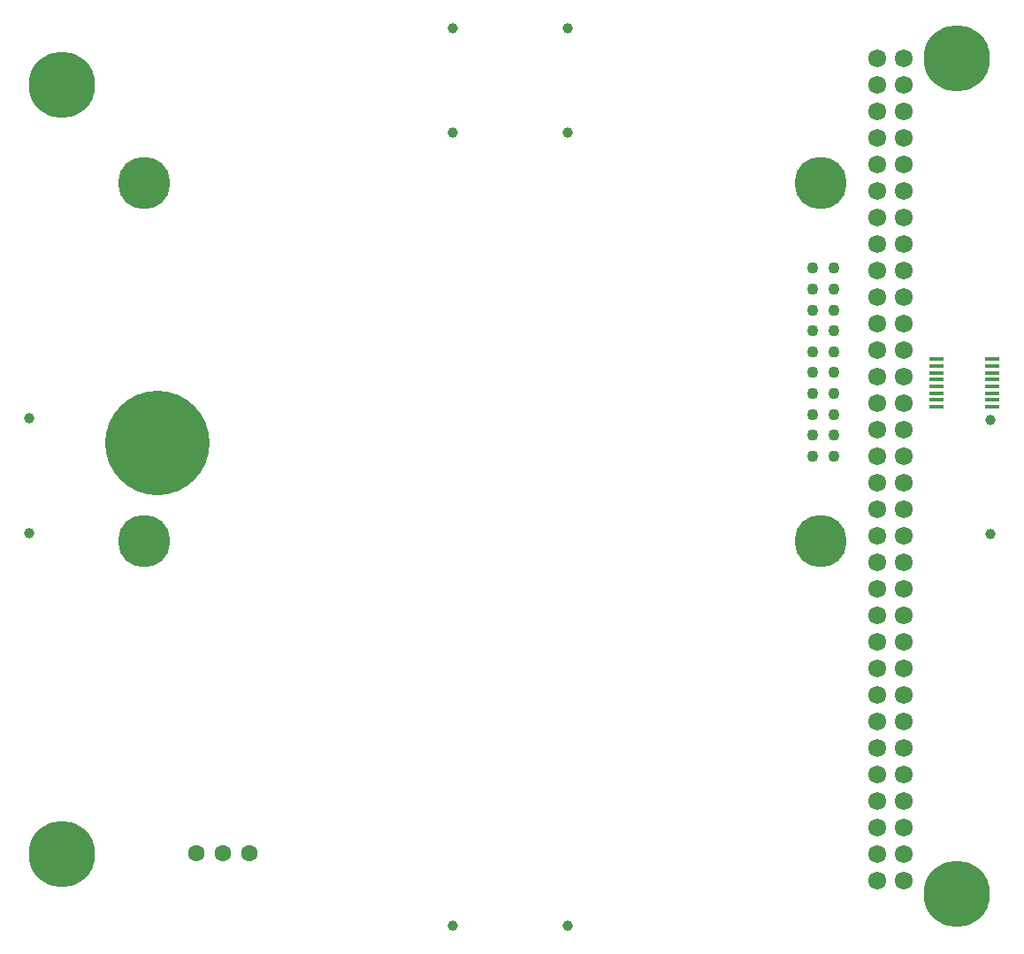
<source format=gbr>
G04 #@! TF.FileFunction,Soldermask,Top*
%FSLAX46Y46*%
G04 Gerber Fmt 4.6, Leading zero omitted, Abs format (unit mm)*
G04 Created by KiCad (PCBNEW 4.0.7-e2-6376~58~ubuntu16.04.1) date Sun Mar 18 18:41:19 2018*
%MOMM*%
%LPD*%
G01*
G04 APERTURE LIST*
%ADD10C,0.100000*%
%ADD11C,5.000000*%
%ADD12C,1.100000*%
%ADD13C,10.000000*%
%ADD14C,1.000000*%
%ADD15C,6.350000*%
%ADD16R,1.400000X0.350000*%
%ADD17C,1.600000*%
%ADD18C,1.720000*%
G04 APERTURE END LIST*
D10*
D11*
X117960000Y-96140000D03*
X117960000Y-61850000D03*
X182730000Y-61850000D03*
X182730000Y-96140000D03*
D12*
X184000000Y-70000000D03*
X184000000Y-72000000D03*
X184000000Y-74000000D03*
X184000000Y-76000000D03*
X184000000Y-78000000D03*
X184000000Y-80000000D03*
X184000000Y-82000000D03*
X184000000Y-84000000D03*
X184000000Y-86000000D03*
X184000000Y-88000000D03*
X182000000Y-70000000D03*
X182000000Y-72000000D03*
X182000000Y-74000000D03*
X182000000Y-76000000D03*
X182000000Y-78000000D03*
X182000000Y-80000000D03*
X182000000Y-82000000D03*
X182000000Y-84000000D03*
X182000000Y-86000000D03*
X182000000Y-88000000D03*
D13*
X119230000Y-86740000D03*
D14*
X199000000Y-95500000D03*
X199000000Y-84500000D03*
X158500000Y-57000000D03*
X147500000Y-57000000D03*
X158500000Y-47000000D03*
X147500000Y-47000000D03*
X158500000Y-133000000D03*
X147500000Y-133000000D03*
X107000000Y-84346702D03*
D15*
X110080000Y-126110000D03*
X110080000Y-52450000D03*
X195810000Y-49910000D03*
X195810000Y-129920000D03*
D16*
X193800000Y-80675000D03*
X193800000Y-81325000D03*
X193800000Y-82625000D03*
X193800000Y-81975000D03*
X193800000Y-80025000D03*
X193800000Y-78725000D03*
X193800000Y-79375000D03*
X193800000Y-83275000D03*
X199200000Y-80025000D03*
X199200000Y-81325000D03*
X199200000Y-82625000D03*
X199200000Y-81975000D03*
X199200000Y-83275000D03*
X199200000Y-78725000D03*
X199200000Y-79375000D03*
X199200000Y-80675000D03*
D17*
X123000000Y-126000000D03*
X128000000Y-126000000D03*
X125500000Y-126000000D03*
D14*
X107000000Y-95346702D03*
D18*
X188190000Y-49910000D03*
X188190000Y-52450000D03*
X188190000Y-54990000D03*
X188190000Y-57530000D03*
X188190000Y-60070000D03*
X188190000Y-62610000D03*
X188190000Y-65150000D03*
X188190000Y-67690000D03*
X188190000Y-70230000D03*
X188190000Y-72770000D03*
X188190000Y-75310000D03*
X188190000Y-77850000D03*
X188190000Y-80390000D03*
X188190000Y-82930000D03*
X188190000Y-85470000D03*
X188190000Y-88010000D03*
X188190000Y-90550000D03*
X188190000Y-93090000D03*
X188190000Y-95630000D03*
X188190000Y-98170000D03*
X188190000Y-100710000D03*
X188190000Y-103250000D03*
X188190000Y-105790000D03*
X188190000Y-108330000D03*
X188190000Y-110870000D03*
X188190000Y-113410000D03*
X188190000Y-115950000D03*
X188190000Y-118490000D03*
X188190000Y-121030000D03*
X188190000Y-123570000D03*
X188190000Y-126110000D03*
X188190000Y-128650000D03*
X190730000Y-49910000D03*
X190730000Y-52450000D03*
X190730000Y-54990000D03*
X190730000Y-57530000D03*
X190730000Y-60070000D03*
X190730000Y-62610000D03*
X190730000Y-65150000D03*
X190730000Y-67690000D03*
X190730000Y-70230000D03*
X190730000Y-72770000D03*
X190730000Y-75310000D03*
X190730000Y-77850000D03*
X190730000Y-80390000D03*
X190730000Y-82930000D03*
X190730000Y-85470000D03*
X190730000Y-88010000D03*
X190730000Y-90550000D03*
X190730000Y-93090000D03*
X190730000Y-95630000D03*
X190730000Y-98170000D03*
X190730000Y-100710000D03*
X190730000Y-103250000D03*
X190730000Y-105790000D03*
X190730000Y-108330000D03*
X190730000Y-110870000D03*
X190730000Y-113410000D03*
X190730000Y-115950000D03*
X190730000Y-118490000D03*
X190730000Y-121030000D03*
X190730000Y-123570000D03*
X190730000Y-126110000D03*
X190730000Y-128650000D03*
M02*

</source>
